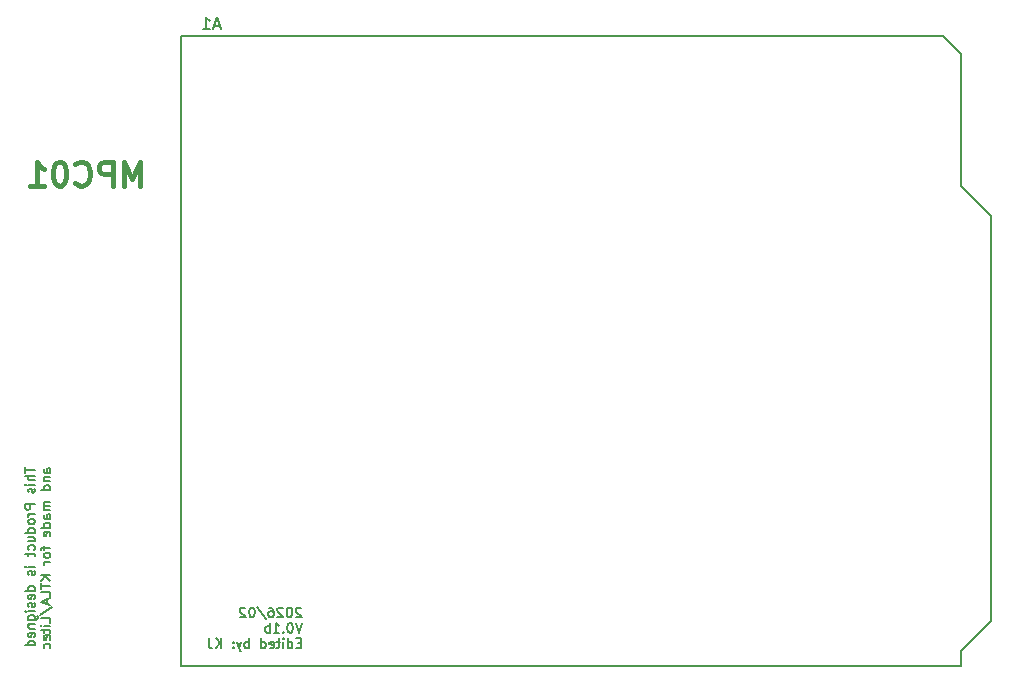
<source format=gbr>
%TF.GenerationSoftware,KiCad,Pcbnew,9.0.6*%
%TF.CreationDate,2026-02-22T19:23:35+01:00*%
%TF.ProjectId,MPC01,4d504330-312e-46b6-9963-61645f706362,V0.1*%
%TF.SameCoordinates,Original*%
%TF.FileFunction,Legend,Bot*%
%TF.FilePolarity,Positive*%
%FSLAX46Y46*%
G04 Gerber Fmt 4.6, Leading zero omitted, Abs format (unit mm)*
G04 Created by KiCad (PCBNEW 9.0.6) date 2026-02-22 19:23:35*
%MOMM*%
%LPD*%
G01*
G04 APERTURE LIST*
%ADD10C,0.152400*%
%ADD11C,0.400000*%
%ADD12C,0.150000*%
G04 APERTURE END LIST*
D10*
X66771241Y-83177672D02*
X66771241Y-83642129D01*
X67584041Y-83409901D02*
X66771241Y-83409901D01*
X67584041Y-83913062D02*
X66771241Y-83913062D01*
X67584041Y-84261405D02*
X67158289Y-84261405D01*
X67158289Y-84261405D02*
X67080879Y-84222700D01*
X67080879Y-84222700D02*
X67042175Y-84145291D01*
X67042175Y-84145291D02*
X67042175Y-84029177D01*
X67042175Y-84029177D02*
X67080879Y-83951767D01*
X67080879Y-83951767D02*
X67119584Y-83913062D01*
X67584041Y-84648452D02*
X67042175Y-84648452D01*
X66771241Y-84648452D02*
X66809946Y-84609748D01*
X66809946Y-84609748D02*
X66848651Y-84648452D01*
X66848651Y-84648452D02*
X66809946Y-84687157D01*
X66809946Y-84687157D02*
X66771241Y-84648452D01*
X66771241Y-84648452D02*
X66848651Y-84648452D01*
X67545337Y-84996796D02*
X67584041Y-85074205D01*
X67584041Y-85074205D02*
X67584041Y-85229024D01*
X67584041Y-85229024D02*
X67545337Y-85306434D01*
X67545337Y-85306434D02*
X67467927Y-85345138D01*
X67467927Y-85345138D02*
X67429222Y-85345138D01*
X67429222Y-85345138D02*
X67351813Y-85306434D01*
X67351813Y-85306434D02*
X67313108Y-85229024D01*
X67313108Y-85229024D02*
X67313108Y-85112910D01*
X67313108Y-85112910D02*
X67274403Y-85035500D01*
X67274403Y-85035500D02*
X67196994Y-84996796D01*
X67196994Y-84996796D02*
X67158289Y-84996796D01*
X67158289Y-84996796D02*
X67080879Y-85035500D01*
X67080879Y-85035500D02*
X67042175Y-85112910D01*
X67042175Y-85112910D02*
X67042175Y-85229024D01*
X67042175Y-85229024D02*
X67080879Y-85306434D01*
X67584041Y-86312757D02*
X66771241Y-86312757D01*
X66771241Y-86312757D02*
X66771241Y-86622395D01*
X66771241Y-86622395D02*
X66809946Y-86699805D01*
X66809946Y-86699805D02*
X66848651Y-86738510D01*
X66848651Y-86738510D02*
X66926060Y-86777214D01*
X66926060Y-86777214D02*
X67042175Y-86777214D01*
X67042175Y-86777214D02*
X67119584Y-86738510D01*
X67119584Y-86738510D02*
X67158289Y-86699805D01*
X67158289Y-86699805D02*
X67196994Y-86622395D01*
X67196994Y-86622395D02*
X67196994Y-86312757D01*
X67584041Y-87125557D02*
X67042175Y-87125557D01*
X67196994Y-87125557D02*
X67119584Y-87164262D01*
X67119584Y-87164262D02*
X67080879Y-87202967D01*
X67080879Y-87202967D02*
X67042175Y-87280376D01*
X67042175Y-87280376D02*
X67042175Y-87357786D01*
X67584041Y-87744834D02*
X67545337Y-87667424D01*
X67545337Y-87667424D02*
X67506632Y-87628719D01*
X67506632Y-87628719D02*
X67429222Y-87590015D01*
X67429222Y-87590015D02*
X67196994Y-87590015D01*
X67196994Y-87590015D02*
X67119584Y-87628719D01*
X67119584Y-87628719D02*
X67080879Y-87667424D01*
X67080879Y-87667424D02*
X67042175Y-87744834D01*
X67042175Y-87744834D02*
X67042175Y-87860948D01*
X67042175Y-87860948D02*
X67080879Y-87938357D01*
X67080879Y-87938357D02*
X67119584Y-87977062D01*
X67119584Y-87977062D02*
X67196994Y-88015767D01*
X67196994Y-88015767D02*
X67429222Y-88015767D01*
X67429222Y-88015767D02*
X67506632Y-87977062D01*
X67506632Y-87977062D02*
X67545337Y-87938357D01*
X67545337Y-87938357D02*
X67584041Y-87860948D01*
X67584041Y-87860948D02*
X67584041Y-87744834D01*
X67584041Y-88712452D02*
X66771241Y-88712452D01*
X67545337Y-88712452D02*
X67584041Y-88635043D01*
X67584041Y-88635043D02*
X67584041Y-88480224D01*
X67584041Y-88480224D02*
X67545337Y-88402814D01*
X67545337Y-88402814D02*
X67506632Y-88364109D01*
X67506632Y-88364109D02*
X67429222Y-88325405D01*
X67429222Y-88325405D02*
X67196994Y-88325405D01*
X67196994Y-88325405D02*
X67119584Y-88364109D01*
X67119584Y-88364109D02*
X67080879Y-88402814D01*
X67080879Y-88402814D02*
X67042175Y-88480224D01*
X67042175Y-88480224D02*
X67042175Y-88635043D01*
X67042175Y-88635043D02*
X67080879Y-88712452D01*
X67042175Y-89447842D02*
X67584041Y-89447842D01*
X67042175Y-89099499D02*
X67467927Y-89099499D01*
X67467927Y-89099499D02*
X67545337Y-89138204D01*
X67545337Y-89138204D02*
X67584041Y-89215614D01*
X67584041Y-89215614D02*
X67584041Y-89331728D01*
X67584041Y-89331728D02*
X67545337Y-89409137D01*
X67545337Y-89409137D02*
X67506632Y-89447842D01*
X67545337Y-90183232D02*
X67584041Y-90105823D01*
X67584041Y-90105823D02*
X67584041Y-89951004D01*
X67584041Y-89951004D02*
X67545337Y-89873594D01*
X67545337Y-89873594D02*
X67506632Y-89834889D01*
X67506632Y-89834889D02*
X67429222Y-89796185D01*
X67429222Y-89796185D02*
X67196994Y-89796185D01*
X67196994Y-89796185D02*
X67119584Y-89834889D01*
X67119584Y-89834889D02*
X67080879Y-89873594D01*
X67080879Y-89873594D02*
X67042175Y-89951004D01*
X67042175Y-89951004D02*
X67042175Y-90105823D01*
X67042175Y-90105823D02*
X67080879Y-90183232D01*
X67042175Y-90415461D02*
X67042175Y-90725099D01*
X66771241Y-90531575D02*
X67467927Y-90531575D01*
X67467927Y-90531575D02*
X67545337Y-90570280D01*
X67545337Y-90570280D02*
X67584041Y-90647690D01*
X67584041Y-90647690D02*
X67584041Y-90725099D01*
X67584041Y-91615308D02*
X67042175Y-91615308D01*
X66771241Y-91615308D02*
X66809946Y-91576604D01*
X66809946Y-91576604D02*
X66848651Y-91615308D01*
X66848651Y-91615308D02*
X66809946Y-91654013D01*
X66809946Y-91654013D02*
X66771241Y-91615308D01*
X66771241Y-91615308D02*
X66848651Y-91615308D01*
X67545337Y-91963652D02*
X67584041Y-92041061D01*
X67584041Y-92041061D02*
X67584041Y-92195880D01*
X67584041Y-92195880D02*
X67545337Y-92273290D01*
X67545337Y-92273290D02*
X67467927Y-92311994D01*
X67467927Y-92311994D02*
X67429222Y-92311994D01*
X67429222Y-92311994D02*
X67351813Y-92273290D01*
X67351813Y-92273290D02*
X67313108Y-92195880D01*
X67313108Y-92195880D02*
X67313108Y-92079766D01*
X67313108Y-92079766D02*
X67274403Y-92002356D01*
X67274403Y-92002356D02*
X67196994Y-91963652D01*
X67196994Y-91963652D02*
X67158289Y-91963652D01*
X67158289Y-91963652D02*
X67080879Y-92002356D01*
X67080879Y-92002356D02*
X67042175Y-92079766D01*
X67042175Y-92079766D02*
X67042175Y-92195880D01*
X67042175Y-92195880D02*
X67080879Y-92273290D01*
X67584041Y-93627956D02*
X66771241Y-93627956D01*
X67545337Y-93627956D02*
X67584041Y-93550547D01*
X67584041Y-93550547D02*
X67584041Y-93395728D01*
X67584041Y-93395728D02*
X67545337Y-93318318D01*
X67545337Y-93318318D02*
X67506632Y-93279613D01*
X67506632Y-93279613D02*
X67429222Y-93240909D01*
X67429222Y-93240909D02*
X67196994Y-93240909D01*
X67196994Y-93240909D02*
X67119584Y-93279613D01*
X67119584Y-93279613D02*
X67080879Y-93318318D01*
X67080879Y-93318318D02*
X67042175Y-93395728D01*
X67042175Y-93395728D02*
X67042175Y-93550547D01*
X67042175Y-93550547D02*
X67080879Y-93627956D01*
X67545337Y-94324641D02*
X67584041Y-94247232D01*
X67584041Y-94247232D02*
X67584041Y-94092413D01*
X67584041Y-94092413D02*
X67545337Y-94015003D01*
X67545337Y-94015003D02*
X67467927Y-93976299D01*
X67467927Y-93976299D02*
X67158289Y-93976299D01*
X67158289Y-93976299D02*
X67080879Y-94015003D01*
X67080879Y-94015003D02*
X67042175Y-94092413D01*
X67042175Y-94092413D02*
X67042175Y-94247232D01*
X67042175Y-94247232D02*
X67080879Y-94324641D01*
X67080879Y-94324641D02*
X67158289Y-94363346D01*
X67158289Y-94363346D02*
X67235698Y-94363346D01*
X67235698Y-94363346D02*
X67313108Y-93976299D01*
X67545337Y-94672985D02*
X67584041Y-94750394D01*
X67584041Y-94750394D02*
X67584041Y-94905213D01*
X67584041Y-94905213D02*
X67545337Y-94982623D01*
X67545337Y-94982623D02*
X67467927Y-95021327D01*
X67467927Y-95021327D02*
X67429222Y-95021327D01*
X67429222Y-95021327D02*
X67351813Y-94982623D01*
X67351813Y-94982623D02*
X67313108Y-94905213D01*
X67313108Y-94905213D02*
X67313108Y-94789099D01*
X67313108Y-94789099D02*
X67274403Y-94711689D01*
X67274403Y-94711689D02*
X67196994Y-94672985D01*
X67196994Y-94672985D02*
X67158289Y-94672985D01*
X67158289Y-94672985D02*
X67080879Y-94711689D01*
X67080879Y-94711689D02*
X67042175Y-94789099D01*
X67042175Y-94789099D02*
X67042175Y-94905213D01*
X67042175Y-94905213D02*
X67080879Y-94982623D01*
X67584041Y-95369670D02*
X67042175Y-95369670D01*
X66771241Y-95369670D02*
X66809946Y-95330966D01*
X66809946Y-95330966D02*
X66848651Y-95369670D01*
X66848651Y-95369670D02*
X66809946Y-95408375D01*
X66809946Y-95408375D02*
X66771241Y-95369670D01*
X66771241Y-95369670D02*
X66848651Y-95369670D01*
X67042175Y-96105061D02*
X67700156Y-96105061D01*
X67700156Y-96105061D02*
X67777565Y-96066356D01*
X67777565Y-96066356D02*
X67816270Y-96027652D01*
X67816270Y-96027652D02*
X67854975Y-95950242D01*
X67854975Y-95950242D02*
X67854975Y-95834128D01*
X67854975Y-95834128D02*
X67816270Y-95756718D01*
X67545337Y-96105061D02*
X67584041Y-96027652D01*
X67584041Y-96027652D02*
X67584041Y-95872833D01*
X67584041Y-95872833D02*
X67545337Y-95795423D01*
X67545337Y-95795423D02*
X67506632Y-95756718D01*
X67506632Y-95756718D02*
X67429222Y-95718014D01*
X67429222Y-95718014D02*
X67196994Y-95718014D01*
X67196994Y-95718014D02*
X67119584Y-95756718D01*
X67119584Y-95756718D02*
X67080879Y-95795423D01*
X67080879Y-95795423D02*
X67042175Y-95872833D01*
X67042175Y-95872833D02*
X67042175Y-96027652D01*
X67042175Y-96027652D02*
X67080879Y-96105061D01*
X67042175Y-96492108D02*
X67584041Y-96492108D01*
X67119584Y-96492108D02*
X67080879Y-96530813D01*
X67080879Y-96530813D02*
X67042175Y-96608223D01*
X67042175Y-96608223D02*
X67042175Y-96724337D01*
X67042175Y-96724337D02*
X67080879Y-96801746D01*
X67080879Y-96801746D02*
X67158289Y-96840451D01*
X67158289Y-96840451D02*
X67584041Y-96840451D01*
X67545337Y-97537136D02*
X67584041Y-97459727D01*
X67584041Y-97459727D02*
X67584041Y-97304908D01*
X67584041Y-97304908D02*
X67545337Y-97227498D01*
X67545337Y-97227498D02*
X67467927Y-97188794D01*
X67467927Y-97188794D02*
X67158289Y-97188794D01*
X67158289Y-97188794D02*
X67080879Y-97227498D01*
X67080879Y-97227498D02*
X67042175Y-97304908D01*
X67042175Y-97304908D02*
X67042175Y-97459727D01*
X67042175Y-97459727D02*
X67080879Y-97537136D01*
X67080879Y-97537136D02*
X67158289Y-97575841D01*
X67158289Y-97575841D02*
X67235698Y-97575841D01*
X67235698Y-97575841D02*
X67313108Y-97188794D01*
X67584041Y-98272527D02*
X66771241Y-98272527D01*
X67545337Y-98272527D02*
X67584041Y-98195118D01*
X67584041Y-98195118D02*
X67584041Y-98040299D01*
X67584041Y-98040299D02*
X67545337Y-97962889D01*
X67545337Y-97962889D02*
X67506632Y-97924184D01*
X67506632Y-97924184D02*
X67429222Y-97885480D01*
X67429222Y-97885480D02*
X67196994Y-97885480D01*
X67196994Y-97885480D02*
X67119584Y-97924184D01*
X67119584Y-97924184D02*
X67080879Y-97962889D01*
X67080879Y-97962889D02*
X67042175Y-98040299D01*
X67042175Y-98040299D02*
X67042175Y-98195118D01*
X67042175Y-98195118D02*
X67080879Y-98272527D01*
X68892603Y-83642129D02*
X68466851Y-83642129D01*
X68466851Y-83642129D02*
X68389441Y-83603424D01*
X68389441Y-83603424D02*
X68350737Y-83526015D01*
X68350737Y-83526015D02*
X68350737Y-83371196D01*
X68350737Y-83371196D02*
X68389441Y-83293786D01*
X68853899Y-83642129D02*
X68892603Y-83564720D01*
X68892603Y-83564720D02*
X68892603Y-83371196D01*
X68892603Y-83371196D02*
X68853899Y-83293786D01*
X68853899Y-83293786D02*
X68776489Y-83255082D01*
X68776489Y-83255082D02*
X68699079Y-83255082D01*
X68699079Y-83255082D02*
X68621670Y-83293786D01*
X68621670Y-83293786D02*
X68582965Y-83371196D01*
X68582965Y-83371196D02*
X68582965Y-83564720D01*
X68582965Y-83564720D02*
X68544260Y-83642129D01*
X68350737Y-84029176D02*
X68892603Y-84029176D01*
X68428146Y-84029176D02*
X68389441Y-84067881D01*
X68389441Y-84067881D02*
X68350737Y-84145291D01*
X68350737Y-84145291D02*
X68350737Y-84261405D01*
X68350737Y-84261405D02*
X68389441Y-84338814D01*
X68389441Y-84338814D02*
X68466851Y-84377519D01*
X68466851Y-84377519D02*
X68892603Y-84377519D01*
X68892603Y-85112909D02*
X68079803Y-85112909D01*
X68853899Y-85112909D02*
X68892603Y-85035500D01*
X68892603Y-85035500D02*
X68892603Y-84880681D01*
X68892603Y-84880681D02*
X68853899Y-84803271D01*
X68853899Y-84803271D02*
X68815194Y-84764566D01*
X68815194Y-84764566D02*
X68737784Y-84725862D01*
X68737784Y-84725862D02*
X68505556Y-84725862D01*
X68505556Y-84725862D02*
X68428146Y-84764566D01*
X68428146Y-84764566D02*
X68389441Y-84803271D01*
X68389441Y-84803271D02*
X68350737Y-84880681D01*
X68350737Y-84880681D02*
X68350737Y-85035500D01*
X68350737Y-85035500D02*
X68389441Y-85112909D01*
X68892603Y-86119232D02*
X68350737Y-86119232D01*
X68428146Y-86119232D02*
X68389441Y-86157937D01*
X68389441Y-86157937D02*
X68350737Y-86235347D01*
X68350737Y-86235347D02*
X68350737Y-86351461D01*
X68350737Y-86351461D02*
X68389441Y-86428870D01*
X68389441Y-86428870D02*
X68466851Y-86467575D01*
X68466851Y-86467575D02*
X68892603Y-86467575D01*
X68466851Y-86467575D02*
X68389441Y-86506280D01*
X68389441Y-86506280D02*
X68350737Y-86583689D01*
X68350737Y-86583689D02*
X68350737Y-86699804D01*
X68350737Y-86699804D02*
X68389441Y-86777213D01*
X68389441Y-86777213D02*
X68466851Y-86815918D01*
X68466851Y-86815918D02*
X68892603Y-86815918D01*
X68892603Y-87551308D02*
X68466851Y-87551308D01*
X68466851Y-87551308D02*
X68389441Y-87512603D01*
X68389441Y-87512603D02*
X68350737Y-87435194D01*
X68350737Y-87435194D02*
X68350737Y-87280375D01*
X68350737Y-87280375D02*
X68389441Y-87202965D01*
X68853899Y-87551308D02*
X68892603Y-87473899D01*
X68892603Y-87473899D02*
X68892603Y-87280375D01*
X68892603Y-87280375D02*
X68853899Y-87202965D01*
X68853899Y-87202965D02*
X68776489Y-87164261D01*
X68776489Y-87164261D02*
X68699079Y-87164261D01*
X68699079Y-87164261D02*
X68621670Y-87202965D01*
X68621670Y-87202965D02*
X68582965Y-87280375D01*
X68582965Y-87280375D02*
X68582965Y-87473899D01*
X68582965Y-87473899D02*
X68544260Y-87551308D01*
X68892603Y-88286698D02*
X68079803Y-88286698D01*
X68853899Y-88286698D02*
X68892603Y-88209289D01*
X68892603Y-88209289D02*
X68892603Y-88054470D01*
X68892603Y-88054470D02*
X68853899Y-87977060D01*
X68853899Y-87977060D02*
X68815194Y-87938355D01*
X68815194Y-87938355D02*
X68737784Y-87899651D01*
X68737784Y-87899651D02*
X68505556Y-87899651D01*
X68505556Y-87899651D02*
X68428146Y-87938355D01*
X68428146Y-87938355D02*
X68389441Y-87977060D01*
X68389441Y-87977060D02*
X68350737Y-88054470D01*
X68350737Y-88054470D02*
X68350737Y-88209289D01*
X68350737Y-88209289D02*
X68389441Y-88286698D01*
X68853899Y-88983383D02*
X68892603Y-88905974D01*
X68892603Y-88905974D02*
X68892603Y-88751155D01*
X68892603Y-88751155D02*
X68853899Y-88673745D01*
X68853899Y-88673745D02*
X68776489Y-88635041D01*
X68776489Y-88635041D02*
X68466851Y-88635041D01*
X68466851Y-88635041D02*
X68389441Y-88673745D01*
X68389441Y-88673745D02*
X68350737Y-88751155D01*
X68350737Y-88751155D02*
X68350737Y-88905974D01*
X68350737Y-88905974D02*
X68389441Y-88983383D01*
X68389441Y-88983383D02*
X68466851Y-89022088D01*
X68466851Y-89022088D02*
X68544260Y-89022088D01*
X68544260Y-89022088D02*
X68621670Y-88635041D01*
X68350737Y-89873593D02*
X68350737Y-90183231D01*
X68892603Y-89989707D02*
X68195918Y-89989707D01*
X68195918Y-89989707D02*
X68118508Y-90028412D01*
X68118508Y-90028412D02*
X68079803Y-90105822D01*
X68079803Y-90105822D02*
X68079803Y-90183231D01*
X68892603Y-90570279D02*
X68853899Y-90492869D01*
X68853899Y-90492869D02*
X68815194Y-90454164D01*
X68815194Y-90454164D02*
X68737784Y-90415460D01*
X68737784Y-90415460D02*
X68505556Y-90415460D01*
X68505556Y-90415460D02*
X68428146Y-90454164D01*
X68428146Y-90454164D02*
X68389441Y-90492869D01*
X68389441Y-90492869D02*
X68350737Y-90570279D01*
X68350737Y-90570279D02*
X68350737Y-90686393D01*
X68350737Y-90686393D02*
X68389441Y-90763802D01*
X68389441Y-90763802D02*
X68428146Y-90802507D01*
X68428146Y-90802507D02*
X68505556Y-90841212D01*
X68505556Y-90841212D02*
X68737784Y-90841212D01*
X68737784Y-90841212D02*
X68815194Y-90802507D01*
X68815194Y-90802507D02*
X68853899Y-90763802D01*
X68853899Y-90763802D02*
X68892603Y-90686393D01*
X68892603Y-90686393D02*
X68892603Y-90570279D01*
X68892603Y-91189554D02*
X68350737Y-91189554D01*
X68505556Y-91189554D02*
X68428146Y-91228259D01*
X68428146Y-91228259D02*
X68389441Y-91266964D01*
X68389441Y-91266964D02*
X68350737Y-91344373D01*
X68350737Y-91344373D02*
X68350737Y-91421783D01*
X68892603Y-92311992D02*
X68079803Y-92311992D01*
X68892603Y-92776449D02*
X68428146Y-92428107D01*
X68079803Y-92776449D02*
X68544260Y-92311992D01*
X68079803Y-93008678D02*
X68079803Y-93473135D01*
X68892603Y-93240907D02*
X68079803Y-93240907D01*
X68892603Y-94131116D02*
X68892603Y-93744068D01*
X68892603Y-93744068D02*
X68079803Y-93744068D01*
X68660375Y-94363345D02*
X68660375Y-94750392D01*
X68892603Y-94285935D02*
X68079803Y-94556868D01*
X68079803Y-94556868D02*
X68892603Y-94827802D01*
X68041099Y-95679307D02*
X69086127Y-94982621D01*
X68892603Y-96337288D02*
X68892603Y-95950240D01*
X68892603Y-95950240D02*
X68079803Y-95950240D01*
X68892603Y-96608221D02*
X68350737Y-96608221D01*
X68079803Y-96608221D02*
X68118508Y-96569517D01*
X68118508Y-96569517D02*
X68157213Y-96608221D01*
X68157213Y-96608221D02*
X68118508Y-96646926D01*
X68118508Y-96646926D02*
X68079803Y-96608221D01*
X68079803Y-96608221D02*
X68157213Y-96608221D01*
X68350737Y-96879155D02*
X68350737Y-97188793D01*
X68079803Y-96995269D02*
X68776489Y-96995269D01*
X68776489Y-96995269D02*
X68853899Y-97033974D01*
X68853899Y-97033974D02*
X68892603Y-97111384D01*
X68892603Y-97111384D02*
X68892603Y-97188793D01*
X68853899Y-97769364D02*
X68892603Y-97691955D01*
X68892603Y-97691955D02*
X68892603Y-97537136D01*
X68892603Y-97537136D02*
X68853899Y-97459726D01*
X68853899Y-97459726D02*
X68776489Y-97421022D01*
X68776489Y-97421022D02*
X68466851Y-97421022D01*
X68466851Y-97421022D02*
X68389441Y-97459726D01*
X68389441Y-97459726D02*
X68350737Y-97537136D01*
X68350737Y-97537136D02*
X68350737Y-97691955D01*
X68350737Y-97691955D02*
X68389441Y-97769364D01*
X68389441Y-97769364D02*
X68466851Y-97808069D01*
X68466851Y-97808069D02*
X68544260Y-97808069D01*
X68544260Y-97808069D02*
X68621670Y-97421022D01*
X68853899Y-98504755D02*
X68892603Y-98427346D01*
X68892603Y-98427346D02*
X68892603Y-98272527D01*
X68892603Y-98272527D02*
X68853899Y-98195117D01*
X68853899Y-98195117D02*
X68815194Y-98156412D01*
X68815194Y-98156412D02*
X68737784Y-98117708D01*
X68737784Y-98117708D02*
X68505556Y-98117708D01*
X68505556Y-98117708D02*
X68428146Y-98156412D01*
X68428146Y-98156412D02*
X68389441Y-98195117D01*
X68389441Y-98195117D02*
X68350737Y-98272527D01*
X68350737Y-98272527D02*
X68350737Y-98427346D01*
X68350737Y-98427346D02*
X68389441Y-98504755D01*
X90144917Y-95140089D02*
X90106213Y-95101384D01*
X90106213Y-95101384D02*
X90028803Y-95062679D01*
X90028803Y-95062679D02*
X89835279Y-95062679D01*
X89835279Y-95062679D02*
X89757870Y-95101384D01*
X89757870Y-95101384D02*
X89719165Y-95140089D01*
X89719165Y-95140089D02*
X89680460Y-95217498D01*
X89680460Y-95217498D02*
X89680460Y-95294908D01*
X89680460Y-95294908D02*
X89719165Y-95411022D01*
X89719165Y-95411022D02*
X90183622Y-95875479D01*
X90183622Y-95875479D02*
X89680460Y-95875479D01*
X89177299Y-95062679D02*
X89099889Y-95062679D01*
X89099889Y-95062679D02*
X89022480Y-95101384D01*
X89022480Y-95101384D02*
X88983775Y-95140089D01*
X88983775Y-95140089D02*
X88945070Y-95217498D01*
X88945070Y-95217498D02*
X88906365Y-95372317D01*
X88906365Y-95372317D02*
X88906365Y-95565841D01*
X88906365Y-95565841D02*
X88945070Y-95720660D01*
X88945070Y-95720660D02*
X88983775Y-95798070D01*
X88983775Y-95798070D02*
X89022480Y-95836775D01*
X89022480Y-95836775D02*
X89099889Y-95875479D01*
X89099889Y-95875479D02*
X89177299Y-95875479D01*
X89177299Y-95875479D02*
X89254708Y-95836775D01*
X89254708Y-95836775D02*
X89293413Y-95798070D01*
X89293413Y-95798070D02*
X89332118Y-95720660D01*
X89332118Y-95720660D02*
X89370822Y-95565841D01*
X89370822Y-95565841D02*
X89370822Y-95372317D01*
X89370822Y-95372317D02*
X89332118Y-95217498D01*
X89332118Y-95217498D02*
X89293413Y-95140089D01*
X89293413Y-95140089D02*
X89254708Y-95101384D01*
X89254708Y-95101384D02*
X89177299Y-95062679D01*
X88596727Y-95140089D02*
X88558023Y-95101384D01*
X88558023Y-95101384D02*
X88480613Y-95062679D01*
X88480613Y-95062679D02*
X88287089Y-95062679D01*
X88287089Y-95062679D02*
X88209680Y-95101384D01*
X88209680Y-95101384D02*
X88170975Y-95140089D01*
X88170975Y-95140089D02*
X88132270Y-95217498D01*
X88132270Y-95217498D02*
X88132270Y-95294908D01*
X88132270Y-95294908D02*
X88170975Y-95411022D01*
X88170975Y-95411022D02*
X88635432Y-95875479D01*
X88635432Y-95875479D02*
X88132270Y-95875479D01*
X87435585Y-95062679D02*
X87590404Y-95062679D01*
X87590404Y-95062679D02*
X87667813Y-95101384D01*
X87667813Y-95101384D02*
X87706518Y-95140089D01*
X87706518Y-95140089D02*
X87783928Y-95256203D01*
X87783928Y-95256203D02*
X87822632Y-95411022D01*
X87822632Y-95411022D02*
X87822632Y-95720660D01*
X87822632Y-95720660D02*
X87783928Y-95798070D01*
X87783928Y-95798070D02*
X87745223Y-95836775D01*
X87745223Y-95836775D02*
X87667813Y-95875479D01*
X87667813Y-95875479D02*
X87512994Y-95875479D01*
X87512994Y-95875479D02*
X87435585Y-95836775D01*
X87435585Y-95836775D02*
X87396880Y-95798070D01*
X87396880Y-95798070D02*
X87358175Y-95720660D01*
X87358175Y-95720660D02*
X87358175Y-95527136D01*
X87358175Y-95527136D02*
X87396880Y-95449727D01*
X87396880Y-95449727D02*
X87435585Y-95411022D01*
X87435585Y-95411022D02*
X87512994Y-95372317D01*
X87512994Y-95372317D02*
X87667813Y-95372317D01*
X87667813Y-95372317D02*
X87745223Y-95411022D01*
X87745223Y-95411022D02*
X87783928Y-95449727D01*
X87783928Y-95449727D02*
X87822632Y-95527136D01*
X86429261Y-95023975D02*
X87125947Y-96069003D01*
X86003509Y-95062679D02*
X85926099Y-95062679D01*
X85926099Y-95062679D02*
X85848690Y-95101384D01*
X85848690Y-95101384D02*
X85809985Y-95140089D01*
X85809985Y-95140089D02*
X85771280Y-95217498D01*
X85771280Y-95217498D02*
X85732575Y-95372317D01*
X85732575Y-95372317D02*
X85732575Y-95565841D01*
X85732575Y-95565841D02*
X85771280Y-95720660D01*
X85771280Y-95720660D02*
X85809985Y-95798070D01*
X85809985Y-95798070D02*
X85848690Y-95836775D01*
X85848690Y-95836775D02*
X85926099Y-95875479D01*
X85926099Y-95875479D02*
X86003509Y-95875479D01*
X86003509Y-95875479D02*
X86080918Y-95836775D01*
X86080918Y-95836775D02*
X86119623Y-95798070D01*
X86119623Y-95798070D02*
X86158328Y-95720660D01*
X86158328Y-95720660D02*
X86197032Y-95565841D01*
X86197032Y-95565841D02*
X86197032Y-95372317D01*
X86197032Y-95372317D02*
X86158328Y-95217498D01*
X86158328Y-95217498D02*
X86119623Y-95140089D01*
X86119623Y-95140089D02*
X86080918Y-95101384D01*
X86080918Y-95101384D02*
X86003509Y-95062679D01*
X85422937Y-95140089D02*
X85384233Y-95101384D01*
X85384233Y-95101384D02*
X85306823Y-95062679D01*
X85306823Y-95062679D02*
X85113299Y-95062679D01*
X85113299Y-95062679D02*
X85035890Y-95101384D01*
X85035890Y-95101384D02*
X84997185Y-95140089D01*
X84997185Y-95140089D02*
X84958480Y-95217498D01*
X84958480Y-95217498D02*
X84958480Y-95294908D01*
X84958480Y-95294908D02*
X84997185Y-95411022D01*
X84997185Y-95411022D02*
X85461642Y-95875479D01*
X85461642Y-95875479D02*
X84958480Y-95875479D01*
X90222327Y-96371241D02*
X89951394Y-97184041D01*
X89951394Y-97184041D02*
X89680460Y-96371241D01*
X89254708Y-96371241D02*
X89177298Y-96371241D01*
X89177298Y-96371241D02*
X89099889Y-96409946D01*
X89099889Y-96409946D02*
X89061184Y-96448651D01*
X89061184Y-96448651D02*
X89022479Y-96526060D01*
X89022479Y-96526060D02*
X88983774Y-96680879D01*
X88983774Y-96680879D02*
X88983774Y-96874403D01*
X88983774Y-96874403D02*
X89022479Y-97029222D01*
X89022479Y-97029222D02*
X89061184Y-97106632D01*
X89061184Y-97106632D02*
X89099889Y-97145337D01*
X89099889Y-97145337D02*
X89177298Y-97184041D01*
X89177298Y-97184041D02*
X89254708Y-97184041D01*
X89254708Y-97184041D02*
X89332117Y-97145337D01*
X89332117Y-97145337D02*
X89370822Y-97106632D01*
X89370822Y-97106632D02*
X89409527Y-97029222D01*
X89409527Y-97029222D02*
X89448231Y-96874403D01*
X89448231Y-96874403D02*
X89448231Y-96680879D01*
X89448231Y-96680879D02*
X89409527Y-96526060D01*
X89409527Y-96526060D02*
X89370822Y-96448651D01*
X89370822Y-96448651D02*
X89332117Y-96409946D01*
X89332117Y-96409946D02*
X89254708Y-96371241D01*
X88635432Y-97106632D02*
X88596727Y-97145337D01*
X88596727Y-97145337D02*
X88635432Y-97184041D01*
X88635432Y-97184041D02*
X88674136Y-97145337D01*
X88674136Y-97145337D02*
X88635432Y-97106632D01*
X88635432Y-97106632D02*
X88635432Y-97184041D01*
X87822631Y-97184041D02*
X88287088Y-97184041D01*
X88054860Y-97184041D02*
X88054860Y-96371241D01*
X88054860Y-96371241D02*
X88132269Y-96487356D01*
X88132269Y-96487356D02*
X88209679Y-96564765D01*
X88209679Y-96564765D02*
X88287088Y-96603470D01*
X87474289Y-97184041D02*
X87474289Y-96371241D01*
X87474289Y-96680879D02*
X87396879Y-96642175D01*
X87396879Y-96642175D02*
X87242060Y-96642175D01*
X87242060Y-96642175D02*
X87164651Y-96680879D01*
X87164651Y-96680879D02*
X87125946Y-96719584D01*
X87125946Y-96719584D02*
X87087241Y-96796994D01*
X87087241Y-96796994D02*
X87087241Y-97029222D01*
X87087241Y-97029222D02*
X87125946Y-97106632D01*
X87125946Y-97106632D02*
X87164651Y-97145337D01*
X87164651Y-97145337D02*
X87242060Y-97184041D01*
X87242060Y-97184041D02*
X87396879Y-97184041D01*
X87396879Y-97184041D02*
X87474289Y-97145337D01*
X90106213Y-98066851D02*
X89835279Y-98066851D01*
X89719165Y-98492603D02*
X90106213Y-98492603D01*
X90106213Y-98492603D02*
X90106213Y-97679803D01*
X90106213Y-97679803D02*
X89719165Y-97679803D01*
X89022480Y-98492603D02*
X89022480Y-97679803D01*
X89022480Y-98453899D02*
X89099889Y-98492603D01*
X89099889Y-98492603D02*
X89254708Y-98492603D01*
X89254708Y-98492603D02*
X89332118Y-98453899D01*
X89332118Y-98453899D02*
X89370823Y-98415194D01*
X89370823Y-98415194D02*
X89409527Y-98337784D01*
X89409527Y-98337784D02*
X89409527Y-98105556D01*
X89409527Y-98105556D02*
X89370823Y-98028146D01*
X89370823Y-98028146D02*
X89332118Y-97989441D01*
X89332118Y-97989441D02*
X89254708Y-97950737D01*
X89254708Y-97950737D02*
X89099889Y-97950737D01*
X89099889Y-97950737D02*
X89022480Y-97989441D01*
X88635433Y-98492603D02*
X88635433Y-97950737D01*
X88635433Y-97679803D02*
X88674137Y-97718508D01*
X88674137Y-97718508D02*
X88635433Y-97757213D01*
X88635433Y-97757213D02*
X88596728Y-97718508D01*
X88596728Y-97718508D02*
X88635433Y-97679803D01*
X88635433Y-97679803D02*
X88635433Y-97757213D01*
X88364499Y-97950737D02*
X88054861Y-97950737D01*
X88248385Y-97679803D02*
X88248385Y-98376489D01*
X88248385Y-98376489D02*
X88209680Y-98453899D01*
X88209680Y-98453899D02*
X88132270Y-98492603D01*
X88132270Y-98492603D02*
X88054861Y-98492603D01*
X87474290Y-98453899D02*
X87551699Y-98492603D01*
X87551699Y-98492603D02*
X87706518Y-98492603D01*
X87706518Y-98492603D02*
X87783928Y-98453899D01*
X87783928Y-98453899D02*
X87822632Y-98376489D01*
X87822632Y-98376489D02*
X87822632Y-98066851D01*
X87822632Y-98066851D02*
X87783928Y-97989441D01*
X87783928Y-97989441D02*
X87706518Y-97950737D01*
X87706518Y-97950737D02*
X87551699Y-97950737D01*
X87551699Y-97950737D02*
X87474290Y-97989441D01*
X87474290Y-97989441D02*
X87435585Y-98066851D01*
X87435585Y-98066851D02*
X87435585Y-98144260D01*
X87435585Y-98144260D02*
X87822632Y-98221670D01*
X86738899Y-98492603D02*
X86738899Y-97679803D01*
X86738899Y-98453899D02*
X86816308Y-98492603D01*
X86816308Y-98492603D02*
X86971127Y-98492603D01*
X86971127Y-98492603D02*
X87048537Y-98453899D01*
X87048537Y-98453899D02*
X87087242Y-98415194D01*
X87087242Y-98415194D02*
X87125946Y-98337784D01*
X87125946Y-98337784D02*
X87125946Y-98105556D01*
X87125946Y-98105556D02*
X87087242Y-98028146D01*
X87087242Y-98028146D02*
X87048537Y-97989441D01*
X87048537Y-97989441D02*
X86971127Y-97950737D01*
X86971127Y-97950737D02*
X86816308Y-97950737D01*
X86816308Y-97950737D02*
X86738899Y-97989441D01*
X85732576Y-98492603D02*
X85732576Y-97679803D01*
X85732576Y-97989441D02*
X85655166Y-97950737D01*
X85655166Y-97950737D02*
X85500347Y-97950737D01*
X85500347Y-97950737D02*
X85422938Y-97989441D01*
X85422938Y-97989441D02*
X85384233Y-98028146D01*
X85384233Y-98028146D02*
X85345528Y-98105556D01*
X85345528Y-98105556D02*
X85345528Y-98337784D01*
X85345528Y-98337784D02*
X85384233Y-98415194D01*
X85384233Y-98415194D02*
X85422938Y-98453899D01*
X85422938Y-98453899D02*
X85500347Y-98492603D01*
X85500347Y-98492603D02*
X85655166Y-98492603D01*
X85655166Y-98492603D02*
X85732576Y-98453899D01*
X85074595Y-97950737D02*
X84881071Y-98492603D01*
X84687548Y-97950737D02*
X84881071Y-98492603D01*
X84881071Y-98492603D02*
X84958481Y-98686127D01*
X84958481Y-98686127D02*
X84997186Y-98724832D01*
X84997186Y-98724832D02*
X85074595Y-98763537D01*
X84377910Y-98415194D02*
X84339205Y-98453899D01*
X84339205Y-98453899D02*
X84377910Y-98492603D01*
X84377910Y-98492603D02*
X84416614Y-98453899D01*
X84416614Y-98453899D02*
X84377910Y-98415194D01*
X84377910Y-98415194D02*
X84377910Y-98492603D01*
X84377910Y-97989441D02*
X84339205Y-98028146D01*
X84339205Y-98028146D02*
X84377910Y-98066851D01*
X84377910Y-98066851D02*
X84416614Y-98028146D01*
X84416614Y-98028146D02*
X84377910Y-97989441D01*
X84377910Y-97989441D02*
X84377910Y-98066851D01*
X83371586Y-98492603D02*
X83371586Y-97679803D01*
X82907129Y-98492603D02*
X83255471Y-98028146D01*
X82907129Y-97679803D02*
X83371586Y-98144260D01*
X82326557Y-97679803D02*
X82326557Y-98260375D01*
X82326557Y-98260375D02*
X82365262Y-98376489D01*
X82365262Y-98376489D02*
X82442671Y-98453899D01*
X82442671Y-98453899D02*
X82558786Y-98492603D01*
X82558786Y-98492603D02*
X82636195Y-98492603D01*
D11*
X76460652Y-59334438D02*
X76460652Y-57334438D01*
X76460652Y-57334438D02*
X75793985Y-58763009D01*
X75793985Y-58763009D02*
X75127319Y-57334438D01*
X75127319Y-57334438D02*
X75127319Y-59334438D01*
X74174938Y-59334438D02*
X74174938Y-57334438D01*
X74174938Y-57334438D02*
X73413033Y-57334438D01*
X73413033Y-57334438D02*
X73222557Y-57429676D01*
X73222557Y-57429676D02*
X73127319Y-57524914D01*
X73127319Y-57524914D02*
X73032081Y-57715390D01*
X73032081Y-57715390D02*
X73032081Y-58001104D01*
X73032081Y-58001104D02*
X73127319Y-58191580D01*
X73127319Y-58191580D02*
X73222557Y-58286819D01*
X73222557Y-58286819D02*
X73413033Y-58382057D01*
X73413033Y-58382057D02*
X74174938Y-58382057D01*
X71032081Y-59143961D02*
X71127319Y-59239200D01*
X71127319Y-59239200D02*
X71413033Y-59334438D01*
X71413033Y-59334438D02*
X71603509Y-59334438D01*
X71603509Y-59334438D02*
X71889224Y-59239200D01*
X71889224Y-59239200D02*
X72079700Y-59048723D01*
X72079700Y-59048723D02*
X72174938Y-58858247D01*
X72174938Y-58858247D02*
X72270176Y-58477295D01*
X72270176Y-58477295D02*
X72270176Y-58191580D01*
X72270176Y-58191580D02*
X72174938Y-57810628D01*
X72174938Y-57810628D02*
X72079700Y-57620152D01*
X72079700Y-57620152D02*
X71889224Y-57429676D01*
X71889224Y-57429676D02*
X71603509Y-57334438D01*
X71603509Y-57334438D02*
X71413033Y-57334438D01*
X71413033Y-57334438D02*
X71127319Y-57429676D01*
X71127319Y-57429676D02*
X71032081Y-57524914D01*
X69793986Y-57334438D02*
X69603509Y-57334438D01*
X69603509Y-57334438D02*
X69413033Y-57429676D01*
X69413033Y-57429676D02*
X69317795Y-57524914D01*
X69317795Y-57524914D02*
X69222557Y-57715390D01*
X69222557Y-57715390D02*
X69127319Y-58096342D01*
X69127319Y-58096342D02*
X69127319Y-58572533D01*
X69127319Y-58572533D02*
X69222557Y-58953485D01*
X69222557Y-58953485D02*
X69317795Y-59143961D01*
X69317795Y-59143961D02*
X69413033Y-59239200D01*
X69413033Y-59239200D02*
X69603509Y-59334438D01*
X69603509Y-59334438D02*
X69793986Y-59334438D01*
X69793986Y-59334438D02*
X69984462Y-59239200D01*
X69984462Y-59239200D02*
X70079700Y-59143961D01*
X70079700Y-59143961D02*
X70174938Y-58953485D01*
X70174938Y-58953485D02*
X70270176Y-58572533D01*
X70270176Y-58572533D02*
X70270176Y-58096342D01*
X70270176Y-58096342D02*
X70174938Y-57715390D01*
X70174938Y-57715390D02*
X70079700Y-57524914D01*
X70079700Y-57524914D02*
X69984462Y-57429676D01*
X69984462Y-57429676D02*
X69793986Y-57334438D01*
X67222557Y-59334438D02*
X68365414Y-59334438D01*
X67793986Y-59334438D02*
X67793986Y-57334438D01*
X67793986Y-57334438D02*
X67984462Y-57620152D01*
X67984462Y-57620152D02*
X68174938Y-57810628D01*
X68174938Y-57810628D02*
X68365414Y-57905866D01*
D12*
X83254285Y-45813104D02*
X82778095Y-45813104D01*
X83349523Y-46098819D02*
X83016190Y-45098819D01*
X83016190Y-45098819D02*
X82682857Y-46098819D01*
X81825714Y-46098819D02*
X82397142Y-46098819D01*
X82111428Y-46098819D02*
X82111428Y-45098819D01*
X82111428Y-45098819D02*
X82206666Y-45241676D01*
X82206666Y-45241676D02*
X82301904Y-45336914D01*
X82301904Y-45336914D02*
X82397142Y-45384533D01*
%TO.C,A1*%
X80000000Y-46660000D02*
X80000000Y-100000000D01*
X80000000Y-46660000D02*
X144516000Y-46660000D01*
X80000000Y-100000000D02*
X146040000Y-100000000D01*
X144516000Y-46660000D02*
X146040000Y-48184000D01*
X146040000Y-59360000D02*
X146040000Y-48184000D01*
X146040000Y-98730000D02*
X148580000Y-96190000D01*
X146040000Y-100000000D02*
X146040000Y-98730000D01*
X148580000Y-61900000D02*
X146040000Y-59360000D01*
X148580000Y-96190000D02*
X148580000Y-61900000D01*
%TD*%
M02*

</source>
